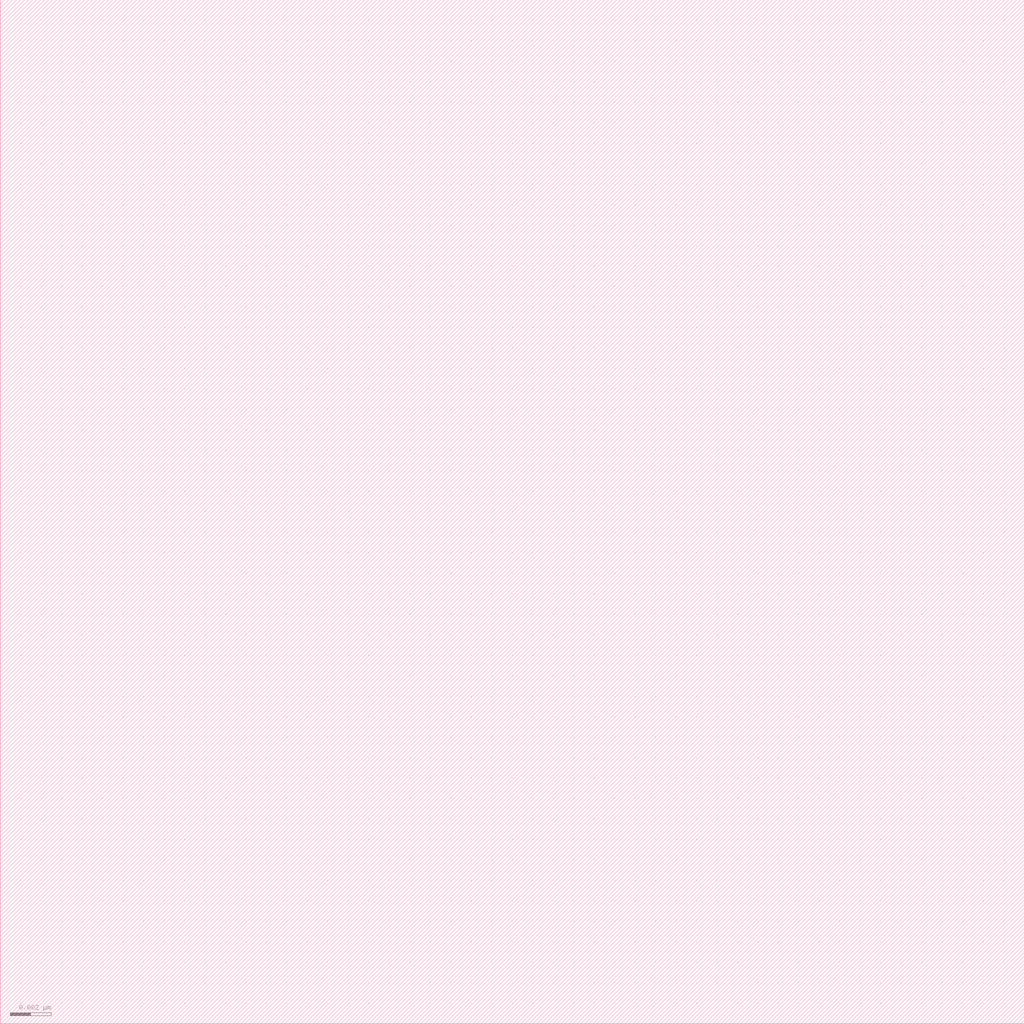
<source format=lef>
VERSION 5.7 ;
  NOWIREEXTENSIONATPIN ON ;
  DIVIDERCHAR "/" ;
  BUSBITCHARS "[]" ;
MACRO sutherland1989
  CLASS BLOCK ;
  FOREIGN sutherland1989 ;
  ORIGIN 0.000 0.000 ;
  SIZE 0.050 BY 0.050 ;
END sutherland1989
END LIBRARY


</source>
